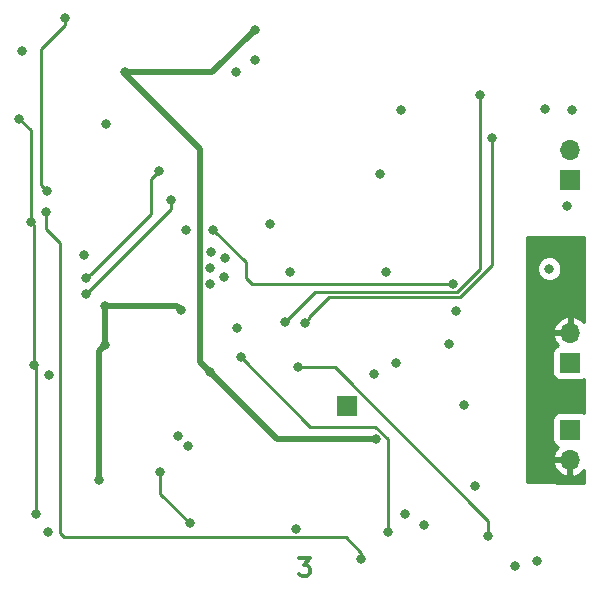
<source format=gbr>
G04 #@! TF.GenerationSoftware,KiCad,Pcbnew,(5.0.0)*
G04 #@! TF.CreationDate,2019-01-07T23:24:32-05:00*
G04 #@! TF.ProjectId,Audio_Breakout,417564696F5F427265616B6F75742E6B,rev?*
G04 #@! TF.SameCoordinates,Original*
G04 #@! TF.FileFunction,Copper,L3,Inr,Signal*
G04 #@! TF.FilePolarity,Positive*
%FSLAX46Y46*%
G04 Gerber Fmt 4.6, Leading zero omitted, Abs format (unit mm)*
G04 Created by KiCad (PCBNEW (5.0.0)) date 01/07/19 23:24:32*
%MOMM*%
%LPD*%
G01*
G04 APERTURE LIST*
G04 #@! TA.AperFunction,NonConductor*
%ADD10C,0.300000*%
G04 #@! TD*
G04 #@! TA.AperFunction,ViaPad*
%ADD11O,1.700000X1.700000*%
G04 #@! TD*
G04 #@! TA.AperFunction,ViaPad*
%ADD12R,1.700000X1.700000*%
G04 #@! TD*
G04 #@! TA.AperFunction,ViaPad*
%ADD13C,0.800000*%
G04 #@! TD*
G04 #@! TA.AperFunction,Conductor*
%ADD14C,0.250000*%
G04 #@! TD*
G04 #@! TA.AperFunction,Conductor*
%ADD15C,0.500000*%
G04 #@! TD*
G04 #@! TA.AperFunction,Conductor*
%ADD16C,0.254000*%
G04 #@! TD*
G04 APERTURE END LIST*
D10*
X125136020Y-147725391D02*
X126064591Y-147725391D01*
X125564591Y-148296820D01*
X125778877Y-148296820D01*
X125921734Y-148368248D01*
X125993162Y-148439677D01*
X126064591Y-148582534D01*
X126064591Y-148939677D01*
X125993162Y-149082534D01*
X125921734Y-149153962D01*
X125778877Y-149225391D01*
X125350305Y-149225391D01*
X125207448Y-149153962D01*
X125136020Y-149082534D01*
D11*
G04 #@! TO.N,AGND*
G04 #@! TO.C,J6*
X148082000Y-113157000D03*
D12*
G04 #@! TO.N,Net-(J6-Pad1)*
X148082000Y-115697000D03*
G04 #@! TD*
D11*
G04 #@! TO.N,AUD_OUT-*
G04 #@! TO.C,J7*
X148069300Y-128612900D03*
D12*
G04 #@! TO.N,AUD_OUT+*
X148069300Y-131152900D03*
G04 #@! TD*
D11*
G04 #@! TO.N,AUD_OUT-*
G04 #@! TO.C,J8*
X148061680Y-139354560D03*
D12*
G04 #@! TO.N,AUD_OUT+*
X148061680Y-136814560D03*
G04 #@! TD*
G04 #@! TO.N,Net-(C7-Pad2)*
G04 #@! TO.C,J9*
X129171700Y-134835900D03*
G04 #@! TD*
D13*
G04 #@! TO.N,AGND*
X103891080Y-145496280D03*
X103926640Y-132184140D03*
X108775500Y-110949740D03*
X124879100Y-145224500D03*
X135694420Y-144924780D03*
X145280380Y-147929600D03*
X140055600Y-141599920D03*
X143395700Y-148376640D03*
X139072620Y-134708900D03*
X133350000Y-131191000D03*
X137795000Y-129540000D03*
G04 #@! TO.N,3V3DC*
X101663500Y-104802940D03*
X119791480Y-106537760D03*
X117678200Y-121757440D03*
X117571520Y-123131580D03*
X118851680Y-122323860D03*
X117571520Y-124523500D03*
X118795800Y-123868180D03*
X119893080Y-128183640D03*
X131445000Y-132118100D03*
X134127240Y-143972280D03*
G04 #@! TO.N,DGND*
X102824280Y-143951960D03*
X102661720Y-131348480D03*
X102407720Y-119214900D03*
X101414580Y-110484920D03*
G04 #@! TO.N,5VDC*
X131610100Y-137657840D03*
X117546120Y-131909820D03*
X110375700Y-106573320D03*
X121381520Y-102956360D03*
G04 #@! TO.N,Net-(J1-Pad5)*
X108221780Y-141097000D03*
X108686600Y-126362460D03*
X108668820Y-129697480D03*
X115140740Y-126695200D03*
G04 #@! TO.N,MIC_1*
X107091480Y-125366780D03*
G04 #@! TO.N,MIC_0*
X107121960Y-124007880D03*
G04 #@! TO.N,GPIO1_2*
X106946700Y-122011440D03*
G04 #@! TO.N,GPIO1_9*
X103698040Y-118358920D03*
X130393440Y-147797520D03*
G04 #@! TO.N,GPIO1_4*
X105313480Y-102011480D03*
X103802180Y-116652040D03*
G04 #@! TO.N,AGND*
X138430000Y-126746000D03*
X132461000Y-123444000D03*
X131953000Y-115189000D03*
X121412000Y-105537000D03*
X147828000Y-117919500D03*
X148209000Y-109791500D03*
G04 #@! TO.N,3V3DC*
X124333000Y-123444000D03*
X122682000Y-119380000D03*
X145923000Y-109664500D03*
G04 #@! TO.N,MIC_1*
X114300000Y-117348000D03*
G04 #@! TO.N,MIC_0*
X113284000Y-114935000D03*
G04 #@! TO.N,AGND*
X133794500Y-109791500D03*
G04 #@! TO.N,HP_0*
X115760500Y-138176000D03*
X125603000Y-127762000D03*
X141478000Y-112141000D03*
G04 #@! TO.N,HP_1*
X114871500Y-137350500D03*
X123952000Y-127698500D03*
X140462000Y-108521500D03*
G04 #@! TO.N,GPIO1_2*
X115570000Y-119888000D03*
X117856000Y-119888000D03*
X138176000Y-124460000D03*
G04 #@! TO.N,AUD_OUT+*
X146304000Y-123190000D03*
G04 #@! TO.N,AUD_OUT-*
X148082000Y-123190000D03*
X145161000Y-127000000D03*
G04 #@! TO.N,ON_MONO2*
X132618480Y-145524220D03*
X120192800Y-130667760D03*
G04 #@! TO.N,Net-(R5-Pad1)*
X113360200Y-140416280D03*
X115854480Y-144729200D03*
G04 #@! TO.N,Mono2*
X125008640Y-131521200D03*
X141155420Y-145818860D03*
G04 #@! TD*
D14*
G04 #@! TO.N,DGND*
X102824280Y-131511040D02*
X102661720Y-131348480D01*
X102824280Y-143951960D02*
X102824280Y-131511040D01*
X102661720Y-119468900D02*
X102407720Y-119214900D01*
X102661720Y-131348480D02*
X102661720Y-119468900D01*
X102407720Y-119214900D02*
X102407720Y-111478060D01*
X102407720Y-111478060D02*
X101414580Y-110484920D01*
D15*
G04 #@! TO.N,5VDC*
X123294140Y-137657840D02*
X131610100Y-137657840D01*
X117546120Y-131909820D02*
X123294140Y-137657840D01*
X116721519Y-131085219D02*
X116721519Y-113071539D01*
X117546120Y-131909820D02*
X116721519Y-131085219D01*
X116721519Y-113071539D02*
X110375700Y-106725720D01*
X110375700Y-106725720D02*
X110375700Y-106573320D01*
X110375700Y-106573320D02*
X117764560Y-106573320D01*
X117764560Y-106573320D02*
X121381520Y-102956360D01*
G04 #@! TO.N,Net-(J1-Pad5)*
X108668820Y-126380240D02*
X108686600Y-126362460D01*
X108668820Y-129697480D02*
X108668820Y-126380240D01*
X108221780Y-130144520D02*
X108668820Y-129697480D01*
X108221780Y-141097000D02*
X108221780Y-130144520D01*
X108686600Y-126362460D02*
X114808000Y-126362460D01*
X114808000Y-126362460D02*
X115140740Y-126695200D01*
D14*
G04 #@! TO.N,GPIO1_9*
X130284220Y-147688300D02*
X130393440Y-147797520D01*
G04 #@! TO.N,GPIO1_4*
X105313480Y-102577165D02*
X103289100Y-104601545D01*
X105313480Y-102011480D02*
X105313480Y-102577165D01*
X103289100Y-104601545D02*
X103289100Y-116138960D01*
X103289100Y-116138960D02*
X103802180Y-116652040D01*
G04 #@! TO.N,MIC_1*
X107091480Y-125366780D02*
X114300000Y-118158260D01*
X114300000Y-118158260D02*
X114300000Y-117348000D01*
G04 #@! TO.N,MIC_0*
X107521959Y-123607881D02*
X107542279Y-123607881D01*
X107121960Y-124007880D02*
X107521959Y-123607881D01*
X107542279Y-123607881D02*
X112582960Y-118567200D01*
X112582960Y-115636040D02*
X113284000Y-114935000D01*
X112582960Y-118567200D02*
X112582960Y-115636040D01*
G04 #@! TO.N,HP_0*
X126002999Y-127362001D02*
X126002999Y-127298501D01*
X125603000Y-127762000D02*
X126002999Y-127362001D01*
X141478000Y-122867412D02*
X141478000Y-112141000D01*
X138710402Y-125635010D02*
X141478000Y-122867412D01*
X126002999Y-127298501D02*
X127666489Y-125635011D01*
X127666489Y-125635011D02*
X138710402Y-125635010D01*
G04 #@! TO.N,HP_1*
X140462000Y-123247002D02*
X140462000Y-108521500D01*
X138524001Y-125185001D02*
X140462000Y-123247002D01*
X123952000Y-127698500D02*
X126465499Y-125185001D01*
X126465499Y-125185001D02*
X138524001Y-125185001D01*
G04 #@! TO.N,GPIO1_2*
X120618081Y-122650081D02*
X117856000Y-119888000D01*
X120618081Y-123952000D02*
X120618081Y-122650081D01*
X121126081Y-124460000D02*
X120618081Y-123952000D01*
X138176000Y-124460000D02*
X121126081Y-124460000D01*
G04 #@! TO.N,GPIO1_9*
X103698040Y-119835782D02*
X103698040Y-118358920D01*
X130393440Y-147797520D02*
X130393440Y-147231835D01*
X130393440Y-147231835D02*
X129111106Y-145949501D01*
X129111106Y-145949501D02*
X105196619Y-145949501D01*
X105196619Y-145949501D02*
X104853740Y-145606622D01*
X104853740Y-145606622D02*
X104853740Y-120991482D01*
X104853740Y-120991482D02*
X103698040Y-119835782D01*
G04 #@! TO.N,ON_MONO2*
X132618480Y-137593218D02*
X131583282Y-136558020D01*
X132618480Y-145524220D02*
X132618480Y-137593218D01*
X131583282Y-136558020D02*
X126083060Y-136558020D01*
X126083060Y-136558020D02*
X120192800Y-130667760D01*
G04 #@! TO.N,Net-(R5-Pad1)*
X113360200Y-140416280D02*
X113360200Y-142234920D01*
X113360200Y-142234920D02*
X115854480Y-144729200D01*
G04 #@! TO.N,Mono2*
X141155420Y-144534618D02*
X141155420Y-145818860D01*
X125008640Y-131521200D02*
X128142002Y-131521200D01*
X128142002Y-131521200D02*
X141155420Y-144534618D01*
G04 #@! TD*
D16*
G04 #@! TO.N,AUD_OUT-*
G36*
X149252001Y-127748378D02*
X148950658Y-127417717D01*
X148426192Y-127171414D01*
X148196300Y-127292081D01*
X148196300Y-128485900D01*
X148216300Y-128485900D01*
X148216300Y-128739900D01*
X148196300Y-128739900D01*
X148196300Y-128759900D01*
X147942300Y-128759900D01*
X147942300Y-128739900D01*
X146749145Y-128739900D01*
X146627824Y-128969790D01*
X146797655Y-129379824D01*
X147075008Y-129684161D01*
X146971535Y-129704743D01*
X146761491Y-129845091D01*
X146621143Y-130055135D01*
X146571860Y-130302900D01*
X146571860Y-132002900D01*
X146621143Y-132250665D01*
X146761491Y-132460709D01*
X146971535Y-132601057D01*
X147219300Y-132650340D01*
X148919300Y-132650340D01*
X149167065Y-132601057D01*
X149252001Y-132544304D01*
X149252001Y-135428247D01*
X149159445Y-135366403D01*
X148911680Y-135317120D01*
X147211680Y-135317120D01*
X146963915Y-135366403D01*
X146753871Y-135506751D01*
X146613523Y-135716795D01*
X146564240Y-135964560D01*
X146564240Y-137664560D01*
X146613523Y-137912325D01*
X146753871Y-138122369D01*
X146963915Y-138262717D01*
X147067388Y-138283299D01*
X146790035Y-138587636D01*
X146620204Y-138997670D01*
X146741525Y-139227560D01*
X147934680Y-139227560D01*
X147934680Y-139207560D01*
X148188680Y-139207560D01*
X148188680Y-139227560D01*
X148208680Y-139227560D01*
X148208680Y-139481560D01*
X148188680Y-139481560D01*
X148188680Y-140675379D01*
X148418572Y-140796046D01*
X148943038Y-140549743D01*
X149252001Y-140210720D01*
X149252001Y-141334635D01*
X144399000Y-141226791D01*
X144399000Y-139711450D01*
X146620204Y-139711450D01*
X146790035Y-140121484D01*
X147180322Y-140549743D01*
X147704788Y-140796046D01*
X147934680Y-140675379D01*
X147934680Y-139481560D01*
X146741525Y-139481560D01*
X146620204Y-139711450D01*
X144399000Y-139711450D01*
X144399000Y-128256010D01*
X146627824Y-128256010D01*
X146749145Y-128485900D01*
X147942300Y-128485900D01*
X147942300Y-127292081D01*
X147712408Y-127171414D01*
X147187942Y-127417717D01*
X146797655Y-127845976D01*
X146627824Y-128256010D01*
X144399000Y-128256010D01*
X144399000Y-122984126D01*
X145269000Y-122984126D01*
X145269000Y-123395874D01*
X145426569Y-123776280D01*
X145717720Y-124067431D01*
X146098126Y-124225000D01*
X146509874Y-124225000D01*
X146890280Y-124067431D01*
X147181431Y-123776280D01*
X147339000Y-123395874D01*
X147339000Y-122984126D01*
X147181431Y-122603720D01*
X146890280Y-122312569D01*
X146509874Y-122155000D01*
X146098126Y-122155000D01*
X145717720Y-122312569D01*
X145426569Y-122603720D01*
X145269000Y-122984126D01*
X144399000Y-122984126D01*
X144399000Y-120523000D01*
X149252001Y-120523000D01*
X149252001Y-127748378D01*
X149252001Y-127748378D01*
G37*
X149252001Y-127748378D02*
X148950658Y-127417717D01*
X148426192Y-127171414D01*
X148196300Y-127292081D01*
X148196300Y-128485900D01*
X148216300Y-128485900D01*
X148216300Y-128739900D01*
X148196300Y-128739900D01*
X148196300Y-128759900D01*
X147942300Y-128759900D01*
X147942300Y-128739900D01*
X146749145Y-128739900D01*
X146627824Y-128969790D01*
X146797655Y-129379824D01*
X147075008Y-129684161D01*
X146971535Y-129704743D01*
X146761491Y-129845091D01*
X146621143Y-130055135D01*
X146571860Y-130302900D01*
X146571860Y-132002900D01*
X146621143Y-132250665D01*
X146761491Y-132460709D01*
X146971535Y-132601057D01*
X147219300Y-132650340D01*
X148919300Y-132650340D01*
X149167065Y-132601057D01*
X149252001Y-132544304D01*
X149252001Y-135428247D01*
X149159445Y-135366403D01*
X148911680Y-135317120D01*
X147211680Y-135317120D01*
X146963915Y-135366403D01*
X146753871Y-135506751D01*
X146613523Y-135716795D01*
X146564240Y-135964560D01*
X146564240Y-137664560D01*
X146613523Y-137912325D01*
X146753871Y-138122369D01*
X146963915Y-138262717D01*
X147067388Y-138283299D01*
X146790035Y-138587636D01*
X146620204Y-138997670D01*
X146741525Y-139227560D01*
X147934680Y-139227560D01*
X147934680Y-139207560D01*
X148188680Y-139207560D01*
X148188680Y-139227560D01*
X148208680Y-139227560D01*
X148208680Y-139481560D01*
X148188680Y-139481560D01*
X148188680Y-140675379D01*
X148418572Y-140796046D01*
X148943038Y-140549743D01*
X149252001Y-140210720D01*
X149252001Y-141334635D01*
X144399000Y-141226791D01*
X144399000Y-139711450D01*
X146620204Y-139711450D01*
X146790035Y-140121484D01*
X147180322Y-140549743D01*
X147704788Y-140796046D01*
X147934680Y-140675379D01*
X147934680Y-139481560D01*
X146741525Y-139481560D01*
X146620204Y-139711450D01*
X144399000Y-139711450D01*
X144399000Y-128256010D01*
X146627824Y-128256010D01*
X146749145Y-128485900D01*
X147942300Y-128485900D01*
X147942300Y-127292081D01*
X147712408Y-127171414D01*
X147187942Y-127417717D01*
X146797655Y-127845976D01*
X146627824Y-128256010D01*
X144399000Y-128256010D01*
X144399000Y-122984126D01*
X145269000Y-122984126D01*
X145269000Y-123395874D01*
X145426569Y-123776280D01*
X145717720Y-124067431D01*
X146098126Y-124225000D01*
X146509874Y-124225000D01*
X146890280Y-124067431D01*
X147181431Y-123776280D01*
X147339000Y-123395874D01*
X147339000Y-122984126D01*
X147181431Y-122603720D01*
X146890280Y-122312569D01*
X146509874Y-122155000D01*
X146098126Y-122155000D01*
X145717720Y-122312569D01*
X145426569Y-122603720D01*
X145269000Y-122984126D01*
X144399000Y-122984126D01*
X144399000Y-120523000D01*
X149252001Y-120523000D01*
X149252001Y-127748378D01*
G04 #@! TD*
M02*

</source>
